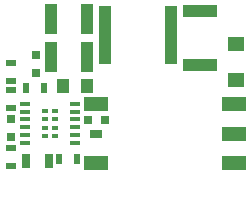
<source format=gbr>
G04 #@! TF.FileFunction,Paste,Top*
%FSLAX46Y46*%
G04 Gerber Fmt 4.6, Leading zero omitted, Abs format (unit mm)*
G04 Created by KiCad (PCBNEW 4.0.7) date 02/24/18 17:15:32*
%MOMM*%
%LPD*%
G01*
G04 APERTURE LIST*
%ADD10C,0.100000*%
%ADD11R,1.400000X1.200000*%
%ADD12R,2.080000X1.170000*%
%ADD13R,1.100000X0.800000*%
%ADD14R,0.500000X0.900000*%
%ADD15R,0.890000X0.420000*%
%ADD16R,0.495000X0.427500*%
%ADD17R,0.900000X0.500000*%
%ADD18R,0.700000X1.300000*%
%ADD19R,0.750000X0.800000*%
%ADD20R,1.000000X1.250000*%
%ADD21O,1.262000X0.080000*%
%ADD22O,0.460000X0.080000*%
%ADD23R,1.000000X2.500000*%
%ADD24R,1.000000X5.000000*%
%ADD25R,3.000000X1.000000*%
%ADD26R,0.800000X0.750000*%
G04 APERTURE END LIST*
D10*
D11*
X146000000Y-83850000D03*
X146000000Y-86950000D03*
D12*
X145830000Y-89000000D03*
X145830000Y-91500000D03*
X145830000Y-94000000D03*
X134170000Y-94000000D03*
X134170000Y-89000000D03*
D13*
X134170000Y-91500000D03*
D14*
X131050000Y-93600000D03*
X132550000Y-93600000D03*
D15*
X128195000Y-88975000D03*
X128195000Y-89625000D03*
X128195000Y-90275000D03*
X128195000Y-90925000D03*
X128195000Y-91575000D03*
X128195000Y-92225000D03*
X132405000Y-92225000D03*
X132405000Y-91575000D03*
X132405000Y-90925000D03*
X132405000Y-90275000D03*
X132405000Y-89625000D03*
X132405000Y-88975000D03*
D16*
X130712500Y-91668750D03*
X130712500Y-90956250D03*
X130712500Y-90243750D03*
X130712500Y-89531250D03*
X129887500Y-91668750D03*
X129887500Y-90956250D03*
X129887500Y-90243750D03*
X129887500Y-89531250D03*
D17*
X127000000Y-85500000D03*
X127000000Y-87000000D03*
D18*
X128250000Y-93800000D03*
X130150000Y-93800000D03*
D17*
X127000000Y-87800000D03*
X127000000Y-89300000D03*
D14*
X128250000Y-87600000D03*
X129750000Y-87600000D03*
D17*
X127000000Y-94200000D03*
X127000000Y-92700000D03*
D19*
X129100000Y-84850000D03*
X129100000Y-86350000D03*
D20*
X131400000Y-87450000D03*
X133400000Y-87450000D03*
D19*
X127000000Y-91750000D03*
X127000000Y-90250000D03*
D21*
X131800000Y-95600000D03*
X131800000Y-96000000D03*
X131800000Y-96400000D03*
X131800000Y-95200000D03*
D22*
X131399000Y-94800000D03*
X132201000Y-94800000D03*
D23*
X130400000Y-84950000D03*
X133400000Y-84950000D03*
D24*
X134900000Y-83100000D03*
X140500000Y-83100000D03*
D25*
X143000000Y-85650000D03*
X143000000Y-81050000D03*
D26*
X134950000Y-90350000D03*
X133450000Y-90350000D03*
D23*
X133400000Y-81800000D03*
X130400000Y-81800000D03*
M02*

</source>
